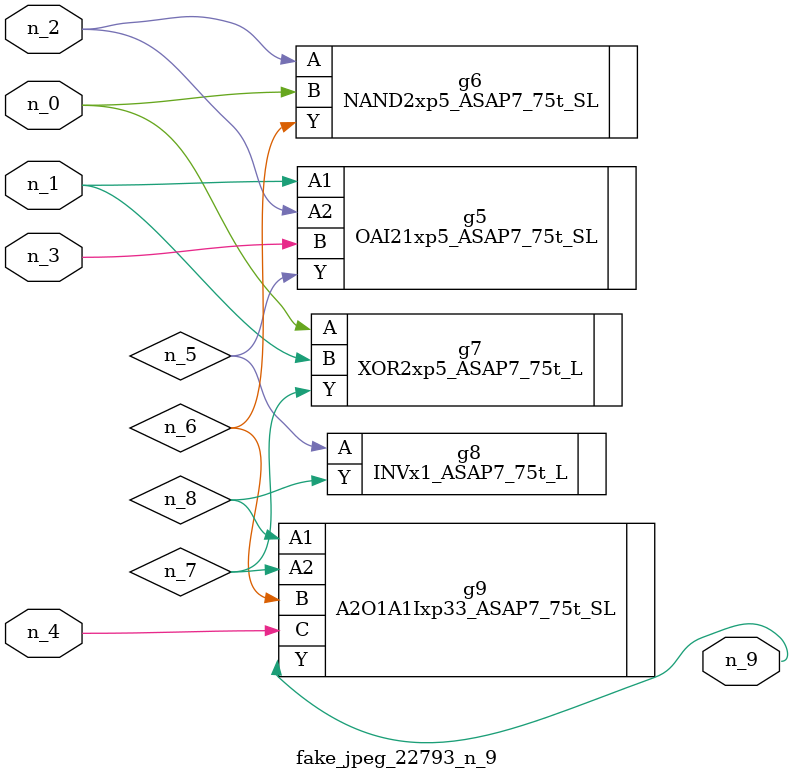
<source format=v>
module fake_jpeg_22793_n_9 (n_3, n_2, n_1, n_0, n_4, n_9);

input n_3;
input n_2;
input n_1;
input n_0;
input n_4;

output n_9;

wire n_8;
wire n_6;
wire n_5;
wire n_7;

OAI21xp5_ASAP7_75t_SL g5 ( 
.A1(n_1),
.A2(n_2),
.B(n_3),
.Y(n_5)
);

NAND2xp5_ASAP7_75t_SL g6 ( 
.A(n_2),
.B(n_0),
.Y(n_6)
);

XOR2xp5_ASAP7_75t_L g7 ( 
.A(n_0),
.B(n_1),
.Y(n_7)
);

INVx1_ASAP7_75t_L g8 ( 
.A(n_5),
.Y(n_8)
);

A2O1A1Ixp33_ASAP7_75t_SL g9 ( 
.A1(n_8),
.A2(n_7),
.B(n_6),
.C(n_4),
.Y(n_9)
);


endmodule
</source>
